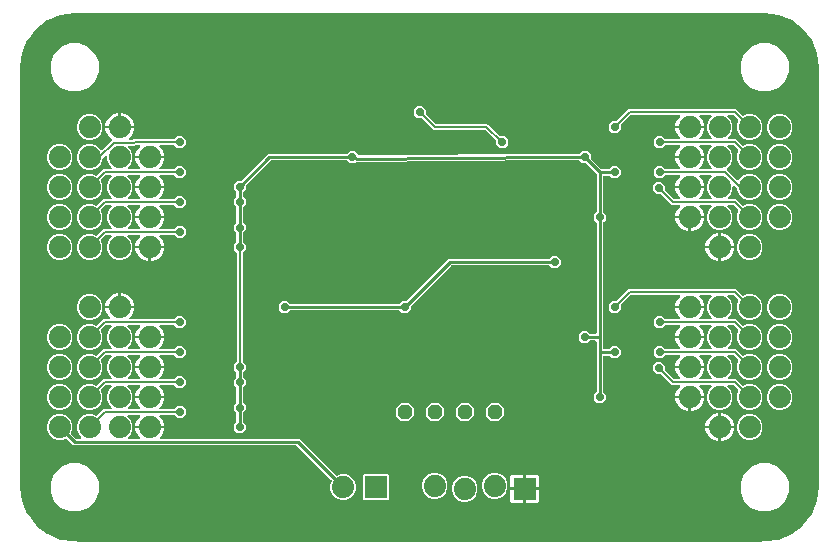
<source format=gbr>
G04 EAGLE Gerber RS-274X export*
G75*
%MOMM*%
%FSLAX34Y34*%
%LPD*%
%INBottom Copper*%
%IPPOS*%
%AMOC8*
5,1,8,0,0,1.08239X$1,22.5*%
G01*
G04 Define Apertures*
%ADD10C,1.879600*%
%ADD11R,1.879600X1.879600*%
%ADD12P,1.31965X8X22.5*%
%ADD13P,1.31965X8X202.5*%
%ADD14C,0.200000*%
%ADD15C,0.705600*%
%ADD16C,0.254000*%
%ADD17C,0.152400*%
G36*
X632745Y4651D02*
X632981Y4810D01*
X635000Y4810D01*
X635131Y4819D01*
X646775Y6352D01*
X647027Y6419D01*
X657878Y10914D01*
X658104Y11044D01*
X667421Y18194D01*
X667606Y18379D01*
X674756Y27696D01*
X674886Y27922D01*
X679381Y38773D01*
X679448Y39025D01*
X680981Y50669D01*
X680990Y50800D01*
X680990Y52820D01*
X681155Y53069D01*
X681228Y53445D01*
X681228Y403755D01*
X681149Y404145D01*
X680990Y404381D01*
X680990Y406400D01*
X680981Y406531D01*
X679448Y418175D01*
X679381Y418427D01*
X674886Y429278D01*
X674756Y429504D01*
X667606Y438821D01*
X667421Y439006D01*
X658104Y446156D01*
X657878Y446286D01*
X647027Y450781D01*
X646775Y450848D01*
X635131Y452381D01*
X635000Y452390D01*
X632980Y452390D01*
X632731Y452555D01*
X632355Y452628D01*
X53445Y452628D01*
X53055Y452549D01*
X52819Y452390D01*
X50800Y452390D01*
X50669Y452381D01*
X39025Y450848D01*
X38773Y450781D01*
X27922Y446286D01*
X27696Y446156D01*
X18379Y439006D01*
X18194Y438821D01*
X11044Y429504D01*
X10914Y429278D01*
X6419Y418427D01*
X6352Y418175D01*
X4819Y406531D01*
X4810Y406400D01*
X4810Y404380D01*
X4645Y404131D01*
X4572Y403755D01*
X4572Y53445D01*
X4651Y53055D01*
X4810Y52819D01*
X4810Y50800D01*
X4819Y50669D01*
X6352Y39025D01*
X6419Y38773D01*
X10914Y27922D01*
X11044Y27696D01*
X18194Y18379D01*
X18379Y18194D01*
X27696Y11044D01*
X27922Y10914D01*
X38773Y6419D01*
X39025Y6352D01*
X50669Y4819D01*
X50800Y4810D01*
X52820Y4810D01*
X53069Y4645D01*
X53445Y4572D01*
X632355Y4572D01*
X632745Y4651D01*
G37*
%LPC*%
G36*
X630958Y386080D02*
X623490Y389174D01*
X617774Y394890D01*
X614680Y402358D01*
X614680Y410442D01*
X617774Y417910D01*
X623490Y423626D01*
X630958Y426720D01*
X639042Y426720D01*
X646510Y423626D01*
X652226Y417910D01*
X655320Y410442D01*
X655320Y402358D01*
X652226Y394890D01*
X646510Y389174D01*
X639042Y386080D01*
X630958Y386080D01*
G37*
G36*
X46758Y386080D02*
X39290Y389174D01*
X33574Y394890D01*
X30480Y402358D01*
X30480Y410442D01*
X33574Y417910D01*
X39290Y423626D01*
X46758Y426720D01*
X54842Y426720D01*
X62310Y423626D01*
X68026Y417910D01*
X71120Y410442D01*
X71120Y402358D01*
X68026Y394890D01*
X62310Y389174D01*
X54842Y386080D01*
X46758Y386080D01*
G37*
G36*
X410657Y337848D02*
X407698Y340807D01*
X407698Y343639D01*
X407619Y344029D01*
X407371Y344379D01*
X398090Y352816D01*
X397748Y353020D01*
X397418Y353076D01*
X354555Y353076D01*
X344675Y362955D01*
X344344Y363175D01*
X343968Y363248D01*
X340807Y363248D01*
X337848Y366207D01*
X337848Y370393D01*
X340807Y373352D01*
X344993Y373352D01*
X347952Y370393D01*
X347952Y367232D01*
X348031Y366842D01*
X348245Y366525D01*
X356353Y358417D01*
X356684Y358197D01*
X357060Y358124D01*
X398696Y358124D01*
X398744Y358125D01*
X399775Y358174D01*
X400506Y357444D01*
X400540Y357411D01*
X410659Y348212D01*
X411001Y348008D01*
X411332Y347952D01*
X414843Y347952D01*
X417802Y344993D01*
X417802Y340807D01*
X414843Y337848D01*
X410657Y337848D01*
G37*
G36*
X594727Y268478D02*
X590713Y270141D01*
X587641Y273213D01*
X585978Y277227D01*
X585978Y281573D01*
X587641Y285587D01*
X589923Y287869D01*
X590143Y288201D01*
X590216Y288592D01*
X590130Y288981D01*
X589900Y289305D01*
X589561Y289514D01*
X589216Y289576D01*
X580621Y289576D01*
X580231Y289497D01*
X579903Y289272D01*
X579688Y288937D01*
X579622Y288544D01*
X579713Y288157D01*
X579914Y287869D01*
X581621Y286162D01*
X583438Y281775D01*
X583438Y280400D01*
X559562Y280400D01*
X559562Y281775D01*
X561379Y286162D01*
X563086Y287869D01*
X563306Y288201D01*
X563379Y288592D01*
X563293Y288981D01*
X563063Y289305D01*
X562724Y289514D01*
X562379Y289576D01*
X556321Y289576D01*
X547159Y298738D01*
X546827Y298958D01*
X546452Y299031D01*
X543291Y299031D01*
X540331Y301991D01*
X540331Y306176D01*
X543291Y309135D01*
X547476Y309135D01*
X550435Y306176D01*
X550435Y303015D01*
X550515Y302625D01*
X550728Y302308D01*
X558119Y294917D01*
X558451Y294697D01*
X558826Y294624D01*
X562379Y294624D01*
X562769Y294703D01*
X563097Y294928D01*
X563312Y295264D01*
X563378Y295656D01*
X563287Y296043D01*
X563086Y296331D01*
X561379Y298038D01*
X559562Y302425D01*
X559562Y303800D01*
X583438Y303800D01*
X583438Y302425D01*
X581621Y298038D01*
X579914Y296331D01*
X579694Y295999D01*
X579621Y295608D01*
X579707Y295219D01*
X579937Y294895D01*
X580276Y294686D01*
X580621Y294624D01*
X589216Y294624D01*
X589606Y294703D01*
X589934Y294928D01*
X590149Y295264D01*
X590215Y295656D01*
X590124Y296043D01*
X589923Y296331D01*
X587641Y298613D01*
X585978Y302627D01*
X585978Y306973D01*
X587641Y310987D01*
X589923Y313269D01*
X590143Y313601D01*
X590216Y313992D01*
X590130Y314381D01*
X589900Y314705D01*
X589561Y314914D01*
X589216Y314976D01*
X580621Y314976D01*
X580231Y314897D01*
X579903Y314672D01*
X579688Y314337D01*
X579622Y313944D01*
X579713Y313557D01*
X579914Y313269D01*
X581621Y311562D01*
X583438Y307175D01*
X583438Y305800D01*
X559562Y305800D01*
X559562Y307175D01*
X561379Y311562D01*
X563086Y313269D01*
X563306Y313601D01*
X563379Y313992D01*
X563293Y314381D01*
X563063Y314705D01*
X562724Y314914D01*
X562379Y314976D01*
X551135Y314976D01*
X550745Y314897D01*
X550428Y314683D01*
X548193Y312448D01*
X544007Y312448D01*
X541048Y315407D01*
X541048Y319593D01*
X544007Y322552D01*
X548193Y322552D01*
X550428Y320317D01*
X550760Y320097D01*
X551135Y320024D01*
X562379Y320024D01*
X562769Y320103D01*
X563097Y320328D01*
X563312Y320664D01*
X563378Y321056D01*
X563287Y321443D01*
X563086Y321731D01*
X561379Y323438D01*
X559562Y327825D01*
X559562Y329200D01*
X583438Y329200D01*
X583438Y327825D01*
X581621Y323438D01*
X579914Y321731D01*
X579694Y321399D01*
X579621Y321008D01*
X579707Y320619D01*
X579937Y320295D01*
X580276Y320086D01*
X580621Y320024D01*
X589216Y320024D01*
X589606Y320103D01*
X589934Y320328D01*
X590149Y320664D01*
X590215Y321056D01*
X590124Y321443D01*
X589923Y321731D01*
X587641Y324013D01*
X585978Y328027D01*
X585978Y332373D01*
X587641Y336387D01*
X589923Y338669D01*
X590143Y339001D01*
X590216Y339392D01*
X590130Y339781D01*
X589900Y340105D01*
X589561Y340314D01*
X589216Y340376D01*
X580621Y340376D01*
X580231Y340297D01*
X579903Y340072D01*
X579688Y339737D01*
X579622Y339344D01*
X579713Y338957D01*
X579914Y338669D01*
X581621Y336962D01*
X583438Y332575D01*
X583438Y331200D01*
X559562Y331200D01*
X559562Y332575D01*
X561379Y336962D01*
X563086Y338669D01*
X563306Y339001D01*
X563379Y339392D01*
X563293Y339781D01*
X563063Y340105D01*
X562724Y340314D01*
X562379Y340376D01*
X551361Y340376D01*
X550971Y340297D01*
X550654Y340083D01*
X548193Y337622D01*
X544007Y337622D01*
X541048Y340581D01*
X541048Y344767D01*
X544007Y347726D01*
X548193Y347726D01*
X550202Y345717D01*
X550534Y345497D01*
X550909Y345424D01*
X562379Y345424D01*
X562769Y345503D01*
X563097Y345728D01*
X563312Y346064D01*
X563378Y346456D01*
X563287Y346843D01*
X563086Y347131D01*
X561379Y348838D01*
X559562Y353225D01*
X559562Y354600D01*
X583438Y354600D01*
X583438Y353225D01*
X581621Y348838D01*
X579914Y347131D01*
X579694Y346799D01*
X579621Y346408D01*
X579707Y346019D01*
X579937Y345695D01*
X580276Y345486D01*
X580621Y345424D01*
X589216Y345424D01*
X589606Y345503D01*
X589934Y345728D01*
X590149Y346064D01*
X590215Y346456D01*
X590124Y346843D01*
X589923Y347131D01*
X587641Y349413D01*
X585978Y353427D01*
X585978Y357773D01*
X587641Y361787D01*
X589923Y364069D01*
X590143Y364401D01*
X590216Y364792D01*
X590130Y365181D01*
X589900Y365505D01*
X589561Y365714D01*
X589216Y365776D01*
X580621Y365776D01*
X580231Y365697D01*
X579903Y365472D01*
X579688Y365137D01*
X579622Y364744D01*
X579713Y364357D01*
X579914Y364069D01*
X581621Y362362D01*
X583438Y357975D01*
X583438Y356600D01*
X559562Y356600D01*
X559562Y357975D01*
X561379Y362362D01*
X563086Y364069D01*
X563306Y364401D01*
X563379Y364792D01*
X563293Y365181D01*
X563063Y365505D01*
X562724Y365714D01*
X562379Y365776D01*
X522160Y365776D01*
X521770Y365697D01*
X521453Y365483D01*
X513345Y357375D01*
X513125Y357044D01*
X513052Y356668D01*
X513052Y353507D01*
X510093Y350548D01*
X505907Y350548D01*
X502948Y353507D01*
X502948Y357693D01*
X505907Y360652D01*
X509068Y360652D01*
X509458Y360731D01*
X509775Y360945D01*
X519655Y370824D01*
X610646Y370824D01*
X615992Y365477D01*
X616324Y365257D01*
X616715Y365185D01*
X617082Y365261D01*
X620127Y366522D01*
X624473Y366522D01*
X628487Y364859D01*
X631559Y361787D01*
X633222Y357773D01*
X633222Y353427D01*
X631559Y349413D01*
X628487Y346341D01*
X624473Y344678D01*
X620127Y344678D01*
X616113Y346341D01*
X613041Y349413D01*
X611378Y353427D01*
X611378Y357773D01*
X612640Y360818D01*
X612716Y361209D01*
X612633Y361598D01*
X612423Y361908D01*
X608847Y365483D01*
X608516Y365703D01*
X608140Y365776D01*
X604584Y365776D01*
X604194Y365697D01*
X603866Y365472D01*
X603652Y365137D01*
X603585Y364744D01*
X603676Y364357D01*
X603877Y364069D01*
X606159Y361787D01*
X607822Y357773D01*
X607822Y353427D01*
X606159Y349413D01*
X603877Y347131D01*
X603657Y346799D01*
X603584Y346408D01*
X603670Y346019D01*
X603900Y345695D01*
X604239Y345486D01*
X604584Y345424D01*
X610646Y345424D01*
X615992Y340077D01*
X616324Y339857D01*
X616715Y339785D01*
X617082Y339861D01*
X620127Y341122D01*
X624473Y341122D01*
X628487Y339459D01*
X631559Y336387D01*
X633222Y332373D01*
X633222Y328027D01*
X631559Y324013D01*
X628487Y320941D01*
X624473Y319278D01*
X620127Y319278D01*
X616113Y320941D01*
X613041Y324013D01*
X611378Y328027D01*
X611378Y332373D01*
X612640Y335418D01*
X612716Y335809D01*
X612633Y336198D01*
X612423Y336508D01*
X608847Y340083D01*
X608516Y340303D01*
X608140Y340376D01*
X604584Y340376D01*
X604194Y340297D01*
X603866Y340072D01*
X603652Y339737D01*
X603585Y339344D01*
X603676Y338957D01*
X603877Y338669D01*
X606159Y336387D01*
X607822Y332373D01*
X607822Y328027D01*
X606159Y324013D01*
X603025Y320879D01*
X602805Y320547D01*
X602732Y320156D01*
X602817Y319767D01*
X603025Y319464D01*
X611564Y310925D01*
X611896Y310705D01*
X612287Y310632D01*
X612676Y310717D01*
X612979Y310925D01*
X616113Y314059D01*
X620127Y315722D01*
X624473Y315722D01*
X628487Y314059D01*
X631559Y310987D01*
X633222Y306973D01*
X633222Y302627D01*
X631559Y298613D01*
X628487Y295541D01*
X624473Y293878D01*
X620127Y293878D01*
X616113Y295541D01*
X613041Y298613D01*
X611378Y302627D01*
X611378Y303558D01*
X611299Y303948D01*
X611085Y304265D01*
X609529Y305821D01*
X609197Y306041D01*
X608806Y306114D01*
X608417Y306028D01*
X608093Y305798D01*
X607884Y305459D01*
X607822Y305114D01*
X607822Y302627D01*
X606159Y298613D01*
X603877Y296331D01*
X603657Y295999D01*
X603584Y295608D01*
X603670Y295219D01*
X603900Y294895D01*
X604239Y294686D01*
X604584Y294624D01*
X610646Y294624D01*
X615992Y289277D01*
X616324Y289057D01*
X616715Y288985D01*
X617082Y289061D01*
X620127Y290322D01*
X624473Y290322D01*
X628487Y288659D01*
X631559Y285587D01*
X633222Y281573D01*
X633222Y277227D01*
X631559Y273213D01*
X628487Y270141D01*
X624473Y268478D01*
X620127Y268478D01*
X616113Y270141D01*
X613041Y273213D01*
X611378Y277227D01*
X611378Y281573D01*
X612640Y284618D01*
X612716Y285009D01*
X612633Y285398D01*
X612423Y285708D01*
X608847Y289283D01*
X608516Y289503D01*
X608140Y289576D01*
X604584Y289576D01*
X604194Y289497D01*
X603866Y289272D01*
X603652Y288937D01*
X603585Y288544D01*
X603676Y288157D01*
X603877Y287869D01*
X606159Y285587D01*
X607822Y281573D01*
X607822Y277227D01*
X606159Y273213D01*
X603087Y270141D01*
X599073Y268478D01*
X594727Y268478D01*
G37*
G36*
X89900Y356600D02*
X89900Y367538D01*
X91275Y367538D01*
X95662Y365721D01*
X99021Y362362D01*
X100838Y357975D01*
X100838Y356600D01*
X89900Y356600D01*
G37*
G36*
X76962Y356600D02*
X76962Y357975D01*
X78779Y362362D01*
X82138Y365721D01*
X86525Y367538D01*
X87900Y367538D01*
X87900Y356600D01*
X76962Y356600D01*
G37*
G36*
X645527Y344678D02*
X641513Y346341D01*
X638441Y349413D01*
X636778Y353427D01*
X636778Y357773D01*
X638441Y361787D01*
X641513Y364859D01*
X645527Y366522D01*
X649873Y366522D01*
X653887Y364859D01*
X656959Y361787D01*
X658622Y357773D01*
X658622Y353427D01*
X656959Y349413D01*
X653887Y346341D01*
X649873Y344678D01*
X645527Y344678D01*
G37*
G36*
X61327Y344678D02*
X57313Y346341D01*
X54241Y349413D01*
X52578Y353427D01*
X52578Y357773D01*
X54241Y361787D01*
X57313Y364859D01*
X61327Y366522D01*
X65673Y366522D01*
X69687Y364859D01*
X72759Y361787D01*
X74422Y357773D01*
X74422Y353427D01*
X72759Y349413D01*
X69687Y346341D01*
X65673Y344678D01*
X61327Y344678D01*
G37*
G36*
X61327Y243078D02*
X57313Y244741D01*
X54241Y247813D01*
X52578Y251827D01*
X52578Y256173D01*
X54241Y260187D01*
X57313Y263259D01*
X61327Y264922D01*
X65673Y264922D01*
X68718Y263661D01*
X69109Y263584D01*
X69498Y263667D01*
X69808Y263877D01*
X75155Y269224D01*
X81216Y269224D01*
X81606Y269303D01*
X81934Y269528D01*
X82149Y269864D01*
X82215Y270256D01*
X82124Y270643D01*
X81923Y270931D01*
X79641Y273213D01*
X77978Y277227D01*
X77978Y281573D01*
X79641Y285587D01*
X81923Y287869D01*
X82143Y288201D01*
X82216Y288592D01*
X82130Y288981D01*
X81900Y289305D01*
X81561Y289514D01*
X81216Y289576D01*
X77660Y289576D01*
X77270Y289497D01*
X76953Y289283D01*
X73377Y285708D01*
X73157Y285376D01*
X73085Y284985D01*
X73161Y284618D01*
X74422Y281573D01*
X74422Y277227D01*
X72759Y273213D01*
X69687Y270141D01*
X65673Y268478D01*
X61327Y268478D01*
X57313Y270141D01*
X54241Y273213D01*
X52578Y277227D01*
X52578Y281573D01*
X54241Y285587D01*
X57313Y288659D01*
X61327Y290322D01*
X65673Y290322D01*
X68718Y289061D01*
X69109Y288984D01*
X69498Y289067D01*
X69808Y289277D01*
X75155Y294624D01*
X81216Y294624D01*
X81606Y294703D01*
X81934Y294928D01*
X82149Y295264D01*
X82215Y295656D01*
X82124Y296043D01*
X81923Y296331D01*
X79641Y298613D01*
X77978Y302627D01*
X77978Y306973D01*
X79641Y310987D01*
X81923Y313269D01*
X82143Y313601D01*
X82216Y313992D01*
X82130Y314381D01*
X81900Y314705D01*
X81561Y314914D01*
X81216Y314976D01*
X77660Y314976D01*
X77270Y314897D01*
X76953Y314683D01*
X73377Y311108D01*
X73157Y310776D01*
X73085Y310385D01*
X73161Y310018D01*
X74422Y306973D01*
X74422Y302627D01*
X72759Y298613D01*
X69687Y295541D01*
X65673Y293878D01*
X61327Y293878D01*
X57313Y295541D01*
X54241Y298613D01*
X52578Y302627D01*
X52578Y306973D01*
X54241Y310987D01*
X57313Y314059D01*
X61327Y315722D01*
X65673Y315722D01*
X68718Y314461D01*
X69109Y314384D01*
X69498Y314467D01*
X69808Y314677D01*
X75155Y320024D01*
X81216Y320024D01*
X81606Y320103D01*
X81934Y320328D01*
X82149Y320664D01*
X82215Y321056D01*
X82124Y321443D01*
X81923Y321731D01*
X79641Y324013D01*
X77978Y328027D01*
X77978Y330514D01*
X77899Y330904D01*
X77674Y331232D01*
X77339Y331447D01*
X76946Y331513D01*
X76559Y331422D01*
X76271Y331221D01*
X74715Y329665D01*
X74495Y329333D01*
X74422Y328958D01*
X74422Y328027D01*
X72759Y324013D01*
X69687Y320941D01*
X65673Y319278D01*
X61327Y319278D01*
X57313Y320941D01*
X54241Y324013D01*
X52578Y328027D01*
X52578Y332373D01*
X54241Y336387D01*
X57313Y339459D01*
X61327Y341122D01*
X65673Y341122D01*
X69687Y339459D01*
X72821Y336325D01*
X73153Y336105D01*
X73544Y336032D01*
X73933Y336117D01*
X74236Y336325D01*
X82057Y344146D01*
X82277Y344478D01*
X82350Y344869D01*
X82264Y345258D01*
X82057Y345560D01*
X78779Y348838D01*
X76962Y353225D01*
X76962Y354600D01*
X100838Y354600D01*
X100838Y353225D01*
X99021Y348838D01*
X96790Y346607D01*
X96570Y346275D01*
X96497Y345884D01*
X96583Y345495D01*
X96813Y345171D01*
X97152Y344962D01*
X97497Y344900D01*
X99616Y344900D01*
X100006Y344979D01*
X100323Y345193D01*
X100555Y345424D01*
X134665Y345424D01*
X135055Y345503D01*
X135372Y345717D01*
X137607Y347952D01*
X141793Y347952D01*
X144752Y344993D01*
X144752Y340807D01*
X141793Y337848D01*
X137607Y337848D01*
X135372Y340083D01*
X135041Y340303D01*
X134665Y340376D01*
X123421Y340376D01*
X123031Y340297D01*
X122703Y340072D01*
X122488Y339737D01*
X122422Y339344D01*
X122513Y338957D01*
X122714Y338669D01*
X124421Y336962D01*
X126238Y332575D01*
X126238Y331200D01*
X102362Y331200D01*
X102362Y332575D01*
X104179Y336962D01*
X105886Y338669D01*
X106106Y339001D01*
X106179Y339392D01*
X106093Y339781D01*
X105863Y340105D01*
X105524Y340314D01*
X105179Y340376D01*
X103060Y340376D01*
X102670Y340297D01*
X102353Y340083D01*
X102122Y339852D01*
X97108Y339852D01*
X96718Y339773D01*
X96390Y339548D01*
X96176Y339213D01*
X96109Y338820D01*
X96200Y338433D01*
X96401Y338145D01*
X98159Y336387D01*
X99822Y332373D01*
X99822Y328027D01*
X98159Y324013D01*
X95877Y321731D01*
X95657Y321399D01*
X95584Y321008D01*
X95670Y320619D01*
X95900Y320295D01*
X96239Y320086D01*
X96584Y320024D01*
X105179Y320024D01*
X105569Y320103D01*
X105897Y320328D01*
X106112Y320664D01*
X106178Y321056D01*
X106087Y321443D01*
X105886Y321731D01*
X104179Y323438D01*
X102362Y327825D01*
X102362Y329200D01*
X126238Y329200D01*
X126238Y327825D01*
X124421Y323438D01*
X122714Y321731D01*
X122494Y321399D01*
X122421Y321008D01*
X122507Y320619D01*
X122737Y320295D01*
X123076Y320086D01*
X123421Y320024D01*
X134891Y320024D01*
X135281Y320103D01*
X135598Y320317D01*
X137607Y322326D01*
X141793Y322326D01*
X144752Y319367D01*
X144752Y315181D01*
X141793Y312222D01*
X137607Y312222D01*
X135146Y314683D01*
X134815Y314903D01*
X134439Y314976D01*
X123421Y314976D01*
X123031Y314897D01*
X122703Y314672D01*
X122488Y314337D01*
X122422Y313944D01*
X122513Y313557D01*
X122714Y313269D01*
X124421Y311562D01*
X126238Y307175D01*
X126238Y305800D01*
X102362Y305800D01*
X102362Y307175D01*
X104179Y311562D01*
X105886Y313269D01*
X106106Y313601D01*
X106179Y313992D01*
X106093Y314381D01*
X105863Y314705D01*
X105524Y314914D01*
X105179Y314976D01*
X96584Y314976D01*
X96194Y314897D01*
X95866Y314672D01*
X95652Y314337D01*
X95585Y313944D01*
X95676Y313557D01*
X95877Y313269D01*
X98159Y310987D01*
X99822Y306973D01*
X99822Y302627D01*
X98159Y298613D01*
X95877Y296331D01*
X95657Y295999D01*
X95584Y295608D01*
X95670Y295219D01*
X95900Y294895D01*
X96239Y294686D01*
X96584Y294624D01*
X105179Y294624D01*
X105569Y294703D01*
X105897Y294928D01*
X106112Y295264D01*
X106178Y295656D01*
X106087Y296043D01*
X105886Y296331D01*
X104179Y298038D01*
X102362Y302425D01*
X102362Y303800D01*
X126238Y303800D01*
X126238Y302425D01*
X124421Y298038D01*
X122714Y296331D01*
X122494Y295999D01*
X122421Y295608D01*
X122507Y295219D01*
X122737Y294895D01*
X123076Y294686D01*
X123421Y294624D01*
X134665Y294624D01*
X135055Y294703D01*
X135372Y294917D01*
X137607Y297152D01*
X141793Y297152D01*
X144752Y294193D01*
X144752Y290007D01*
X141793Y287048D01*
X137607Y287048D01*
X135372Y289283D01*
X135041Y289503D01*
X134665Y289576D01*
X123421Y289576D01*
X123031Y289497D01*
X122703Y289272D01*
X122488Y288937D01*
X122422Y288544D01*
X122513Y288157D01*
X122714Y287869D01*
X124421Y286162D01*
X126238Y281775D01*
X126238Y280400D01*
X102362Y280400D01*
X102362Y281775D01*
X104179Y286162D01*
X105886Y287869D01*
X106106Y288201D01*
X106179Y288592D01*
X106093Y288981D01*
X105863Y289305D01*
X105524Y289514D01*
X105179Y289576D01*
X96584Y289576D01*
X96194Y289497D01*
X95866Y289272D01*
X95652Y288937D01*
X95585Y288544D01*
X95676Y288157D01*
X95877Y287869D01*
X98159Y285587D01*
X99822Y281573D01*
X99822Y277227D01*
X98159Y273213D01*
X95877Y270931D01*
X95657Y270599D01*
X95584Y270208D01*
X95670Y269819D01*
X95900Y269495D01*
X96239Y269286D01*
X96584Y269224D01*
X105179Y269224D01*
X105569Y269303D01*
X105897Y269528D01*
X106112Y269864D01*
X106178Y270256D01*
X106087Y270643D01*
X105886Y270931D01*
X104179Y272638D01*
X102362Y277025D01*
X102362Y278400D01*
X126238Y278400D01*
X126238Y277025D01*
X124421Y272638D01*
X122714Y270931D01*
X122494Y270599D01*
X122421Y270208D01*
X122507Y269819D01*
X122737Y269495D01*
X123076Y269286D01*
X123421Y269224D01*
X134439Y269224D01*
X134829Y269303D01*
X135146Y269517D01*
X137607Y271978D01*
X141793Y271978D01*
X144752Y269019D01*
X144752Y264833D01*
X141793Y261874D01*
X137607Y261874D01*
X135598Y263883D01*
X135267Y264103D01*
X134891Y264176D01*
X123421Y264176D01*
X123031Y264097D01*
X122703Y263872D01*
X122488Y263537D01*
X122422Y263144D01*
X122513Y262757D01*
X122714Y262469D01*
X124421Y260762D01*
X126238Y256375D01*
X126238Y255000D01*
X102362Y255000D01*
X102362Y256375D01*
X104179Y260762D01*
X105886Y262469D01*
X106106Y262801D01*
X106179Y263192D01*
X106093Y263581D01*
X105863Y263905D01*
X105524Y264114D01*
X105179Y264176D01*
X96584Y264176D01*
X96194Y264097D01*
X95866Y263872D01*
X95652Y263537D01*
X95585Y263144D01*
X95676Y262757D01*
X95877Y262469D01*
X98159Y260187D01*
X99822Y256173D01*
X99822Y251827D01*
X98159Y247813D01*
X95087Y244741D01*
X91073Y243078D01*
X86727Y243078D01*
X82713Y244741D01*
X79641Y247813D01*
X77978Y251827D01*
X77978Y256173D01*
X79641Y260187D01*
X81923Y262469D01*
X82143Y262801D01*
X82216Y263192D01*
X82130Y263581D01*
X81900Y263905D01*
X81561Y264114D01*
X81216Y264176D01*
X77660Y264176D01*
X77270Y264097D01*
X76953Y263883D01*
X73377Y260308D01*
X73157Y259976D01*
X73085Y259585D01*
X73161Y259218D01*
X74422Y256173D01*
X74422Y251827D01*
X72759Y247813D01*
X69687Y244741D01*
X65673Y243078D01*
X61327Y243078D01*
G37*
G36*
X645527Y319278D02*
X641513Y320941D01*
X638441Y324013D01*
X636778Y328027D01*
X636778Y332373D01*
X638441Y336387D01*
X641513Y339459D01*
X645527Y341122D01*
X649873Y341122D01*
X653887Y339459D01*
X656959Y336387D01*
X658622Y332373D01*
X658622Y328027D01*
X656959Y324013D01*
X653887Y320941D01*
X649873Y319278D01*
X645527Y319278D01*
G37*
G36*
X35927Y319278D02*
X31913Y320941D01*
X28841Y324013D01*
X27178Y328027D01*
X27178Y332373D01*
X28841Y336387D01*
X31913Y339459D01*
X35927Y341122D01*
X40273Y341122D01*
X44287Y339459D01*
X47359Y336387D01*
X49022Y332373D01*
X49022Y328027D01*
X47359Y324013D01*
X44287Y320941D01*
X40273Y319278D01*
X35927Y319278D01*
G37*
G36*
X188407Y96548D02*
X185448Y99507D01*
X185448Y103693D01*
X187413Y105658D01*
X187633Y105990D01*
X187706Y106365D01*
X187706Y113345D01*
X187627Y113735D01*
X187413Y114052D01*
X185448Y116017D01*
X185448Y120203D01*
X187413Y122168D01*
X187633Y122500D01*
X187706Y122875D01*
X187706Y134709D01*
X187627Y135099D01*
X187413Y135416D01*
X185448Y137381D01*
X185448Y141567D01*
X187413Y143532D01*
X187633Y143864D01*
X187706Y144239D01*
X187706Y147635D01*
X187627Y148025D01*
X187413Y148342D01*
X185448Y150307D01*
X185448Y154493D01*
X187683Y156728D01*
X187903Y157060D01*
X187976Y157435D01*
X187976Y248965D01*
X187897Y249355D01*
X187683Y249672D01*
X185448Y251907D01*
X185448Y256093D01*
X187413Y258058D01*
X187633Y258390D01*
X187706Y258765D01*
X187706Y265745D01*
X187627Y266135D01*
X187413Y266452D01*
X185448Y268417D01*
X185448Y272603D01*
X187413Y274568D01*
X187633Y274900D01*
X187706Y275275D01*
X187706Y287561D01*
X187627Y287951D01*
X187413Y288268D01*
X185448Y290233D01*
X185448Y294419D01*
X187413Y296384D01*
X187633Y296716D01*
X187706Y297091D01*
X187706Y300261D01*
X187627Y300651D01*
X187413Y300968D01*
X185448Y302933D01*
X185448Y307119D01*
X188407Y310078D01*
X191186Y310078D01*
X191577Y310157D01*
X191894Y310371D01*
X213705Y332182D01*
X213706Y332183D01*
X214515Y332994D01*
X215664Y332994D01*
X281234Y333050D01*
X281624Y333130D01*
X281940Y333343D01*
X283910Y335312D01*
X288095Y335312D01*
X291307Y332101D01*
X291358Y332025D01*
X291694Y331811D01*
X292062Y331743D01*
X457397Y332994D01*
X457398Y332994D01*
X477801Y333177D01*
X478190Y333260D01*
X478499Y333470D01*
X480507Y335478D01*
X484693Y335478D01*
X487652Y332519D01*
X487652Y329514D01*
X487731Y329124D01*
X487945Y328806D01*
X496390Y320361D01*
X496722Y320141D01*
X497098Y320068D01*
X503235Y320068D01*
X503625Y320147D01*
X503942Y320361D01*
X505907Y322326D01*
X510093Y322326D01*
X513052Y319367D01*
X513052Y315181D01*
X510093Y312222D01*
X505907Y312222D01*
X503942Y314187D01*
X503611Y314407D01*
X503235Y314480D01*
X499320Y314480D01*
X498930Y314401D01*
X498602Y314176D01*
X498387Y313841D01*
X498320Y313480D01*
X498320Y284012D01*
X498399Y283622D01*
X498613Y283305D01*
X500425Y281493D01*
X500425Y277307D01*
X498613Y275495D01*
X498393Y275164D01*
X498320Y274788D01*
X498320Y168668D01*
X498399Y168278D01*
X498624Y167950D01*
X498960Y167735D01*
X499320Y167668D01*
X503235Y167668D01*
X503625Y167747D01*
X503942Y167961D01*
X505907Y169926D01*
X510093Y169926D01*
X513052Y166967D01*
X513052Y162781D01*
X510093Y159822D01*
X505907Y159822D01*
X503942Y161787D01*
X503611Y162007D01*
X503235Y162080D01*
X499320Y162080D01*
X498930Y162001D01*
X498602Y161776D01*
X498387Y161441D01*
X498320Y161080D01*
X498320Y131612D01*
X498399Y131222D01*
X498613Y130905D01*
X500425Y129093D01*
X500425Y124907D01*
X497466Y121948D01*
X493280Y121948D01*
X490321Y124907D01*
X490321Y129093D01*
X492439Y131211D01*
X492659Y131543D01*
X492732Y131918D01*
X492732Y174006D01*
X492653Y174396D01*
X492428Y174724D01*
X492093Y174939D01*
X491732Y175006D01*
X487365Y175006D01*
X486975Y174927D01*
X486658Y174713D01*
X484693Y172748D01*
X480507Y172748D01*
X477548Y175707D01*
X477548Y179893D01*
X480507Y182852D01*
X484693Y182852D01*
X486658Y180887D01*
X486990Y180667D01*
X487365Y180594D01*
X491732Y180594D01*
X492122Y180673D01*
X492450Y180898D01*
X492665Y181234D01*
X492732Y181594D01*
X492732Y274482D01*
X492653Y274872D01*
X492439Y275189D01*
X490321Y277307D01*
X490321Y281493D01*
X492439Y283611D01*
X492659Y283943D01*
X492732Y284318D01*
X492732Y315702D01*
X492653Y316093D01*
X492439Y316410D01*
X483768Y325081D01*
X483436Y325301D01*
X483060Y325374D01*
X480507Y325374D01*
X478585Y327297D01*
X478253Y327516D01*
X477869Y327589D01*
X459019Y327420D01*
X459009Y327418D01*
X457463Y327406D01*
X457462Y327406D01*
X455890Y327392D01*
X455879Y327394D01*
X290338Y326142D01*
X289934Y326054D01*
X289604Y325905D01*
X289229Y325966D01*
X288842Y325872D01*
X288561Y325674D01*
X288095Y325208D01*
X283910Y325208D01*
X281949Y327169D01*
X281617Y327389D01*
X281241Y327462D01*
X217246Y327407D01*
X216856Y327328D01*
X216540Y327114D01*
X195845Y306420D01*
X195625Y306088D01*
X195552Y305712D01*
X195552Y302933D01*
X193587Y300968D01*
X193367Y300637D01*
X193294Y300261D01*
X193294Y297091D01*
X193373Y296701D01*
X193587Y296384D01*
X195552Y294419D01*
X195552Y290233D01*
X193587Y288268D01*
X193367Y287937D01*
X193294Y287561D01*
X193294Y275275D01*
X193373Y274885D01*
X193587Y274568D01*
X195552Y272603D01*
X195552Y268417D01*
X193587Y266452D01*
X193367Y266121D01*
X193294Y265745D01*
X193294Y258765D01*
X193373Y258375D01*
X193587Y258058D01*
X195552Y256093D01*
X195552Y251907D01*
X193317Y249672D01*
X193097Y249341D01*
X193024Y248965D01*
X193024Y157435D01*
X193103Y157045D01*
X193317Y156728D01*
X195552Y154493D01*
X195552Y150307D01*
X193587Y148342D01*
X193367Y148011D01*
X193294Y147635D01*
X193294Y144239D01*
X193373Y143849D01*
X193587Y143532D01*
X195552Y141567D01*
X195552Y137381D01*
X193587Y135416D01*
X193367Y135085D01*
X193294Y134709D01*
X193294Y122875D01*
X193373Y122485D01*
X193587Y122168D01*
X195552Y120203D01*
X195552Y116017D01*
X193587Y114052D01*
X193367Y113721D01*
X193294Y113345D01*
X193294Y106365D01*
X193373Y105975D01*
X193587Y105658D01*
X195552Y103693D01*
X195552Y99507D01*
X192593Y96548D01*
X188407Y96548D01*
G37*
G36*
X645527Y293878D02*
X641513Y295541D01*
X638441Y298613D01*
X636778Y302627D01*
X636778Y306973D01*
X638441Y310987D01*
X641513Y314059D01*
X645527Y315722D01*
X649873Y315722D01*
X653887Y314059D01*
X656959Y310987D01*
X658622Y306973D01*
X658622Y302627D01*
X656959Y298613D01*
X653887Y295541D01*
X649873Y293878D01*
X645527Y293878D01*
G37*
G36*
X35927Y293878D02*
X31913Y295541D01*
X28841Y298613D01*
X27178Y302627D01*
X27178Y306973D01*
X28841Y310987D01*
X31913Y314059D01*
X35927Y315722D01*
X40273Y315722D01*
X44287Y314059D01*
X47359Y310987D01*
X49022Y306973D01*
X49022Y302627D01*
X47359Y298613D01*
X44287Y295541D01*
X40273Y293878D01*
X35927Y293878D01*
G37*
G36*
X35927Y268478D02*
X31913Y270141D01*
X28841Y273213D01*
X27178Y277227D01*
X27178Y281573D01*
X28841Y285587D01*
X31913Y288659D01*
X35927Y290322D01*
X40273Y290322D01*
X44287Y288659D01*
X47359Y285587D01*
X49022Y281573D01*
X49022Y277227D01*
X47359Y273213D01*
X44287Y270141D01*
X40273Y268478D01*
X35927Y268478D01*
G37*
G36*
X645527Y268478D02*
X641513Y270141D01*
X638441Y273213D01*
X636778Y277227D01*
X636778Y281573D01*
X638441Y285587D01*
X641513Y288659D01*
X645527Y290322D01*
X649873Y290322D01*
X653887Y288659D01*
X656959Y285587D01*
X658622Y281573D01*
X658622Y277227D01*
X656959Y273213D01*
X653887Y270141D01*
X649873Y268478D01*
X645527Y268478D01*
G37*
G36*
X569125Y267462D02*
X564738Y269279D01*
X561379Y272638D01*
X559562Y277025D01*
X559562Y278400D01*
X570500Y278400D01*
X570500Y267462D01*
X569125Y267462D01*
G37*
G36*
X572500Y267462D02*
X572500Y278400D01*
X583438Y278400D01*
X583438Y277025D01*
X581621Y272638D01*
X578262Y269279D01*
X573875Y267462D01*
X572500Y267462D01*
G37*
G36*
X584962Y255000D02*
X584962Y256375D01*
X586779Y260762D01*
X590138Y264121D01*
X594525Y265938D01*
X595900Y265938D01*
X595900Y255000D01*
X584962Y255000D01*
G37*
G36*
X597900Y255000D02*
X597900Y265938D01*
X599275Y265938D01*
X603662Y264121D01*
X607021Y260762D01*
X608838Y256375D01*
X608838Y255000D01*
X597900Y255000D01*
G37*
G36*
X620127Y243078D02*
X616113Y244741D01*
X613041Y247813D01*
X611378Y251827D01*
X611378Y256173D01*
X613041Y260187D01*
X616113Y263259D01*
X620127Y264922D01*
X624473Y264922D01*
X628487Y263259D01*
X631559Y260187D01*
X633222Y256173D01*
X633222Y251827D01*
X631559Y247813D01*
X628487Y244741D01*
X624473Y243078D01*
X620127Y243078D01*
G37*
G36*
X35927Y243078D02*
X31913Y244741D01*
X28841Y247813D01*
X27178Y251827D01*
X27178Y256173D01*
X28841Y260187D01*
X31913Y263259D01*
X35927Y264922D01*
X40273Y264922D01*
X44287Y263259D01*
X47359Y260187D01*
X49022Y256173D01*
X49022Y251827D01*
X47359Y247813D01*
X44287Y244741D01*
X40273Y243078D01*
X35927Y243078D01*
G37*
G36*
X115300Y242062D02*
X115300Y253000D01*
X126238Y253000D01*
X126238Y251625D01*
X124421Y247238D01*
X121062Y243879D01*
X116675Y242062D01*
X115300Y242062D01*
G37*
G36*
X597900Y242062D02*
X597900Y253000D01*
X608838Y253000D01*
X608838Y251625D01*
X607021Y247238D01*
X603662Y243879D01*
X599275Y242062D01*
X597900Y242062D01*
G37*
G36*
X594525Y242062D02*
X590138Y243879D01*
X586779Y247238D01*
X584962Y251625D01*
X584962Y253000D01*
X595900Y253000D01*
X595900Y242062D01*
X594525Y242062D01*
G37*
G36*
X111925Y242062D02*
X107538Y243879D01*
X104179Y247238D01*
X102362Y251625D01*
X102362Y253000D01*
X113300Y253000D01*
X113300Y242062D01*
X111925Y242062D01*
G37*
G36*
X226507Y198148D02*
X223548Y201107D01*
X223548Y205293D01*
X226507Y208252D01*
X230693Y208252D01*
X232658Y206287D01*
X232990Y206067D01*
X233365Y205994D01*
X325435Y205994D01*
X325825Y206073D01*
X326142Y206287D01*
X328107Y208252D01*
X330886Y208252D01*
X331277Y208331D01*
X331594Y208545D01*
X367143Y244094D01*
X452435Y244094D01*
X452825Y244173D01*
X453142Y244387D01*
X455107Y246352D01*
X459293Y246352D01*
X462252Y243393D01*
X462252Y239207D01*
X459293Y236248D01*
X455107Y236248D01*
X453142Y238213D01*
X452811Y238433D01*
X452435Y238506D01*
X369872Y238506D01*
X369482Y238427D01*
X369164Y238213D01*
X335545Y204594D01*
X335325Y204262D01*
X335252Y203886D01*
X335252Y201107D01*
X332293Y198148D01*
X328107Y198148D01*
X326142Y200113D01*
X325811Y200333D01*
X325435Y200406D01*
X233365Y200406D01*
X232975Y200327D01*
X232658Y200113D01*
X230693Y198148D01*
X226507Y198148D01*
G37*
G36*
X594727Y116078D02*
X590713Y117741D01*
X587641Y120813D01*
X585978Y124827D01*
X585978Y129173D01*
X587641Y133187D01*
X589923Y135469D01*
X590143Y135801D01*
X590216Y136192D01*
X590130Y136581D01*
X589900Y136905D01*
X589561Y137114D01*
X589216Y137176D01*
X580621Y137176D01*
X580231Y137097D01*
X579903Y136872D01*
X579688Y136537D01*
X579622Y136144D01*
X579713Y135757D01*
X579914Y135469D01*
X581621Y133762D01*
X583438Y129375D01*
X583438Y128000D01*
X559562Y128000D01*
X559562Y129375D01*
X561379Y133762D01*
X563086Y135469D01*
X563306Y135801D01*
X563379Y136192D01*
X563293Y136581D01*
X563063Y136905D01*
X562724Y137114D01*
X562379Y137176D01*
X556321Y137176D01*
X547159Y146338D01*
X546827Y146558D01*
X546452Y146631D01*
X543291Y146631D01*
X540331Y149591D01*
X540331Y153776D01*
X543291Y156735D01*
X547476Y156735D01*
X550435Y153776D01*
X550435Y150615D01*
X550515Y150225D01*
X550728Y149908D01*
X558119Y142517D01*
X558451Y142297D01*
X558826Y142224D01*
X562379Y142224D01*
X562769Y142303D01*
X563097Y142528D01*
X563312Y142864D01*
X563378Y143256D01*
X563287Y143643D01*
X563086Y143931D01*
X561379Y145638D01*
X559562Y150025D01*
X559562Y151400D01*
X583438Y151400D01*
X583438Y150025D01*
X581621Y145638D01*
X579914Y143931D01*
X579694Y143599D01*
X579621Y143208D01*
X579707Y142819D01*
X579937Y142495D01*
X580276Y142286D01*
X580621Y142224D01*
X589216Y142224D01*
X589606Y142303D01*
X589934Y142528D01*
X590149Y142864D01*
X590215Y143256D01*
X590124Y143643D01*
X589923Y143931D01*
X587641Y146213D01*
X585978Y150227D01*
X585978Y154573D01*
X587641Y158587D01*
X589923Y160869D01*
X590143Y161201D01*
X590216Y161592D01*
X590130Y161981D01*
X589900Y162305D01*
X589561Y162514D01*
X589216Y162576D01*
X580621Y162576D01*
X580231Y162497D01*
X579903Y162272D01*
X579688Y161937D01*
X579622Y161544D01*
X579713Y161157D01*
X579914Y160869D01*
X581621Y159162D01*
X583438Y154775D01*
X583438Y153400D01*
X559562Y153400D01*
X559562Y154775D01*
X561379Y159162D01*
X563086Y160869D01*
X563306Y161201D01*
X563379Y161592D01*
X563293Y161981D01*
X563063Y162305D01*
X562724Y162514D01*
X562379Y162576D01*
X551135Y162576D01*
X550745Y162497D01*
X550428Y162283D01*
X548193Y160048D01*
X544007Y160048D01*
X541048Y163007D01*
X541048Y167193D01*
X544007Y170152D01*
X548193Y170152D01*
X550428Y167917D01*
X550760Y167697D01*
X551135Y167624D01*
X562379Y167624D01*
X562769Y167703D01*
X563097Y167928D01*
X563312Y168264D01*
X563378Y168656D01*
X563287Y169043D01*
X563086Y169331D01*
X561379Y171038D01*
X559562Y175425D01*
X559562Y176800D01*
X583438Y176800D01*
X583438Y175425D01*
X581621Y171038D01*
X579914Y169331D01*
X579694Y168999D01*
X579621Y168608D01*
X579707Y168219D01*
X579937Y167895D01*
X580276Y167686D01*
X580621Y167624D01*
X589216Y167624D01*
X589606Y167703D01*
X589934Y167928D01*
X590149Y168264D01*
X590215Y168656D01*
X590124Y169043D01*
X589923Y169331D01*
X587641Y171613D01*
X585978Y175627D01*
X585978Y179973D01*
X587641Y183987D01*
X589923Y186269D01*
X590143Y186601D01*
X590216Y186992D01*
X590130Y187381D01*
X589900Y187705D01*
X589561Y187914D01*
X589216Y187976D01*
X580621Y187976D01*
X580231Y187897D01*
X579903Y187672D01*
X579688Y187337D01*
X579622Y186944D01*
X579713Y186557D01*
X579914Y186269D01*
X581621Y184562D01*
X583438Y180175D01*
X583438Y178800D01*
X559562Y178800D01*
X559562Y180175D01*
X561379Y184562D01*
X563086Y186269D01*
X563306Y186601D01*
X563379Y186992D01*
X563293Y187381D01*
X563063Y187705D01*
X562724Y187914D01*
X562379Y187976D01*
X551361Y187976D01*
X550971Y187897D01*
X550654Y187683D01*
X548193Y185222D01*
X544007Y185222D01*
X541048Y188181D01*
X541048Y192367D01*
X544007Y195326D01*
X548193Y195326D01*
X550202Y193317D01*
X550534Y193097D01*
X550909Y193024D01*
X562379Y193024D01*
X562769Y193103D01*
X563097Y193328D01*
X563312Y193664D01*
X563378Y194056D01*
X563287Y194443D01*
X563086Y194731D01*
X561379Y196438D01*
X559562Y200825D01*
X559562Y202200D01*
X583438Y202200D01*
X583438Y200825D01*
X581621Y196438D01*
X579914Y194731D01*
X579694Y194399D01*
X579621Y194008D01*
X579707Y193619D01*
X579937Y193295D01*
X580276Y193086D01*
X580621Y193024D01*
X589216Y193024D01*
X589606Y193103D01*
X589934Y193328D01*
X590149Y193664D01*
X590215Y194056D01*
X590124Y194443D01*
X589923Y194731D01*
X587641Y197013D01*
X585978Y201027D01*
X585978Y205373D01*
X587641Y209387D01*
X589923Y211669D01*
X590143Y212001D01*
X590216Y212392D01*
X590130Y212781D01*
X589900Y213105D01*
X589561Y213314D01*
X589216Y213376D01*
X580621Y213376D01*
X580231Y213297D01*
X579903Y213072D01*
X579688Y212737D01*
X579622Y212344D01*
X579713Y211957D01*
X579914Y211669D01*
X581621Y209962D01*
X583438Y205575D01*
X583438Y204200D01*
X559562Y204200D01*
X559562Y205575D01*
X561379Y209962D01*
X563086Y211669D01*
X563306Y212001D01*
X563379Y212392D01*
X563293Y212781D01*
X563063Y213105D01*
X562724Y213314D01*
X562379Y213376D01*
X522160Y213376D01*
X521770Y213297D01*
X521453Y213083D01*
X513345Y204975D01*
X513125Y204644D01*
X513052Y204268D01*
X513052Y201107D01*
X510093Y198148D01*
X505907Y198148D01*
X502948Y201107D01*
X502948Y205293D01*
X505907Y208252D01*
X509068Y208252D01*
X509458Y208331D01*
X509775Y208545D01*
X519655Y218424D01*
X610646Y218424D01*
X615992Y213077D01*
X616324Y212857D01*
X616715Y212785D01*
X617082Y212861D01*
X620127Y214122D01*
X624473Y214122D01*
X628487Y212459D01*
X631559Y209387D01*
X633222Y205373D01*
X633222Y201027D01*
X631559Y197013D01*
X628487Y193941D01*
X624473Y192278D01*
X620127Y192278D01*
X616113Y193941D01*
X613041Y197013D01*
X611378Y201027D01*
X611378Y205373D01*
X612640Y208418D01*
X612716Y208809D01*
X612633Y209198D01*
X612423Y209508D01*
X608847Y213083D01*
X608516Y213303D01*
X608140Y213376D01*
X604584Y213376D01*
X604194Y213297D01*
X603866Y213072D01*
X603652Y212737D01*
X603585Y212344D01*
X603676Y211957D01*
X603877Y211669D01*
X606159Y209387D01*
X607822Y205373D01*
X607822Y201027D01*
X606159Y197013D01*
X603877Y194731D01*
X603657Y194399D01*
X603584Y194008D01*
X603670Y193619D01*
X603900Y193295D01*
X604239Y193086D01*
X604584Y193024D01*
X610646Y193024D01*
X615992Y187677D01*
X616324Y187457D01*
X616715Y187385D01*
X617082Y187461D01*
X620127Y188722D01*
X624473Y188722D01*
X628487Y187059D01*
X631559Y183987D01*
X633222Y179973D01*
X633222Y175627D01*
X631559Y171613D01*
X628487Y168541D01*
X624473Y166878D01*
X620127Y166878D01*
X616113Y168541D01*
X613041Y171613D01*
X611378Y175627D01*
X611378Y179973D01*
X612640Y183018D01*
X612716Y183409D01*
X612633Y183798D01*
X612423Y184108D01*
X608847Y187683D01*
X608516Y187903D01*
X608140Y187976D01*
X604584Y187976D01*
X604194Y187897D01*
X603866Y187672D01*
X603652Y187337D01*
X603585Y186944D01*
X603676Y186557D01*
X603877Y186269D01*
X606159Y183987D01*
X607822Y179973D01*
X607822Y175627D01*
X606159Y171613D01*
X603877Y169331D01*
X603657Y168999D01*
X603584Y168608D01*
X603670Y168219D01*
X603900Y167895D01*
X604239Y167686D01*
X604584Y167624D01*
X610646Y167624D01*
X615992Y162277D01*
X616324Y162057D01*
X616715Y161985D01*
X617082Y162061D01*
X620127Y163322D01*
X624473Y163322D01*
X628487Y161659D01*
X631559Y158587D01*
X633222Y154573D01*
X633222Y150227D01*
X631559Y146213D01*
X628487Y143141D01*
X624473Y141478D01*
X620127Y141478D01*
X616113Y143141D01*
X613041Y146213D01*
X611378Y150227D01*
X611378Y154573D01*
X612640Y157618D01*
X612716Y158009D01*
X612633Y158398D01*
X612423Y158708D01*
X608847Y162283D01*
X608516Y162503D01*
X608140Y162576D01*
X604584Y162576D01*
X604194Y162497D01*
X603866Y162272D01*
X603652Y161937D01*
X603585Y161544D01*
X603676Y161157D01*
X603877Y160869D01*
X606159Y158587D01*
X607822Y154573D01*
X607822Y150227D01*
X606159Y146213D01*
X603877Y143931D01*
X603657Y143599D01*
X603584Y143208D01*
X603670Y142819D01*
X603900Y142495D01*
X604239Y142286D01*
X604584Y142224D01*
X610646Y142224D01*
X615992Y136877D01*
X616324Y136657D01*
X616715Y136585D01*
X617082Y136661D01*
X620127Y137922D01*
X624473Y137922D01*
X628487Y136259D01*
X631559Y133187D01*
X633222Y129173D01*
X633222Y124827D01*
X631559Y120813D01*
X628487Y117741D01*
X624473Y116078D01*
X620127Y116078D01*
X616113Y117741D01*
X613041Y120813D01*
X611378Y124827D01*
X611378Y129173D01*
X612640Y132218D01*
X612716Y132609D01*
X612633Y132998D01*
X612423Y133308D01*
X608847Y136883D01*
X608516Y137103D01*
X608140Y137176D01*
X604584Y137176D01*
X604194Y137097D01*
X603866Y136872D01*
X603652Y136537D01*
X603585Y136144D01*
X603676Y135757D01*
X603877Y135469D01*
X606159Y133187D01*
X607822Y129173D01*
X607822Y124827D01*
X606159Y120813D01*
X603087Y117741D01*
X599073Y116078D01*
X594727Y116078D01*
G37*
G36*
X76962Y204200D02*
X76962Y205575D01*
X78779Y209962D01*
X82138Y213321D01*
X86525Y215138D01*
X87900Y215138D01*
X87900Y204200D01*
X76962Y204200D01*
G37*
G36*
X89900Y204200D02*
X89900Y215138D01*
X91275Y215138D01*
X95662Y213321D01*
X99021Y209962D01*
X100838Y205575D01*
X100838Y204200D01*
X89900Y204200D01*
G37*
G36*
X645527Y192278D02*
X641513Y193941D01*
X638441Y197013D01*
X636778Y201027D01*
X636778Y205373D01*
X638441Y209387D01*
X641513Y212459D01*
X645527Y214122D01*
X649873Y214122D01*
X653887Y212459D01*
X656959Y209387D01*
X658622Y205373D01*
X658622Y201027D01*
X656959Y197013D01*
X653887Y193941D01*
X649873Y192278D01*
X645527Y192278D01*
G37*
G36*
X61327Y192278D02*
X57313Y193941D01*
X54241Y197013D01*
X52578Y201027D01*
X52578Y205373D01*
X54241Y209387D01*
X57313Y212459D01*
X61327Y214122D01*
X65673Y214122D01*
X69687Y212459D01*
X72759Y209387D01*
X74422Y205373D01*
X74422Y201027D01*
X72759Y197013D01*
X69687Y193941D01*
X65673Y192278D01*
X61327Y192278D01*
G37*
G36*
X275957Y39878D02*
X271943Y41541D01*
X268871Y44613D01*
X267208Y48627D01*
X267208Y52973D01*
X268358Y55748D01*
X268434Y56139D01*
X268351Y56528D01*
X268141Y56838D01*
X239166Y85813D01*
X238834Y86033D01*
X238458Y86106D01*
X49643Y86106D01*
X44138Y91611D01*
X43806Y91831D01*
X43415Y91904D01*
X43048Y91828D01*
X40273Y90678D01*
X35927Y90678D01*
X31913Y92341D01*
X28841Y95413D01*
X27178Y99427D01*
X27178Y103773D01*
X28841Y107787D01*
X31913Y110859D01*
X35927Y112522D01*
X40273Y112522D01*
X44287Y110859D01*
X47359Y107787D01*
X49022Y103773D01*
X49022Y99427D01*
X47872Y96652D01*
X47796Y96261D01*
X47879Y95872D01*
X48089Y95562D01*
X51664Y91987D01*
X51996Y91767D01*
X52372Y91694D01*
X55546Y91694D01*
X55936Y91773D01*
X56264Y91998D01*
X56479Y92334D01*
X56545Y92726D01*
X56454Y93113D01*
X56253Y93401D01*
X54241Y95413D01*
X52578Y99427D01*
X52578Y103773D01*
X54241Y107787D01*
X57313Y110859D01*
X61327Y112522D01*
X65673Y112522D01*
X68718Y111261D01*
X69109Y111184D01*
X69498Y111267D01*
X69808Y111477D01*
X75155Y116824D01*
X81216Y116824D01*
X81606Y116903D01*
X81934Y117128D01*
X82149Y117464D01*
X82215Y117856D01*
X82124Y118243D01*
X81923Y118531D01*
X79641Y120813D01*
X77978Y124827D01*
X77978Y129173D01*
X79641Y133187D01*
X81923Y135469D01*
X82143Y135801D01*
X82216Y136192D01*
X82130Y136581D01*
X81900Y136905D01*
X81561Y137114D01*
X81216Y137176D01*
X77660Y137176D01*
X77270Y137097D01*
X76953Y136883D01*
X73377Y133308D01*
X73157Y132976D01*
X73085Y132585D01*
X73161Y132218D01*
X74422Y129173D01*
X74422Y124827D01*
X72759Y120813D01*
X69687Y117741D01*
X65673Y116078D01*
X61327Y116078D01*
X57313Y117741D01*
X54241Y120813D01*
X52578Y124827D01*
X52578Y129173D01*
X54241Y133187D01*
X57313Y136259D01*
X61327Y137922D01*
X65673Y137922D01*
X68718Y136661D01*
X69109Y136584D01*
X69498Y136667D01*
X69808Y136877D01*
X75155Y142224D01*
X81216Y142224D01*
X81606Y142303D01*
X81934Y142528D01*
X82149Y142864D01*
X82215Y143256D01*
X82124Y143643D01*
X81923Y143931D01*
X79641Y146213D01*
X77978Y150227D01*
X77978Y154573D01*
X79641Y158587D01*
X81923Y160869D01*
X82143Y161201D01*
X82216Y161592D01*
X82130Y161981D01*
X81900Y162305D01*
X81561Y162514D01*
X81216Y162576D01*
X77660Y162576D01*
X77270Y162497D01*
X76953Y162283D01*
X73377Y158708D01*
X73157Y158376D01*
X73085Y157985D01*
X73161Y157618D01*
X74422Y154573D01*
X74422Y150227D01*
X72759Y146213D01*
X69687Y143141D01*
X65673Y141478D01*
X61327Y141478D01*
X57313Y143141D01*
X54241Y146213D01*
X52578Y150227D01*
X52578Y154573D01*
X54241Y158587D01*
X57313Y161659D01*
X61327Y163322D01*
X65673Y163322D01*
X68718Y162061D01*
X69109Y161984D01*
X69498Y162067D01*
X69808Y162277D01*
X75155Y167624D01*
X81216Y167624D01*
X81606Y167703D01*
X81934Y167928D01*
X82149Y168264D01*
X82215Y168656D01*
X82124Y169043D01*
X81923Y169331D01*
X79641Y171613D01*
X77978Y175627D01*
X77978Y179973D01*
X79641Y183987D01*
X81923Y186269D01*
X82143Y186601D01*
X82216Y186992D01*
X82130Y187381D01*
X81900Y187705D01*
X81561Y187914D01*
X81216Y187976D01*
X77660Y187976D01*
X77270Y187897D01*
X76953Y187683D01*
X73377Y184108D01*
X73157Y183776D01*
X73085Y183385D01*
X73161Y183018D01*
X74422Y179973D01*
X74422Y175627D01*
X72759Y171613D01*
X69687Y168541D01*
X65673Y166878D01*
X61327Y166878D01*
X57313Y168541D01*
X54241Y171613D01*
X52578Y175627D01*
X52578Y179973D01*
X54241Y183987D01*
X57313Y187059D01*
X61327Y188722D01*
X65673Y188722D01*
X68718Y187461D01*
X69109Y187384D01*
X69498Y187467D01*
X69808Y187677D01*
X75155Y193024D01*
X79779Y193024D01*
X80169Y193103D01*
X80497Y193328D01*
X80712Y193664D01*
X80778Y194056D01*
X80687Y194443D01*
X80486Y194731D01*
X78779Y196438D01*
X76962Y200825D01*
X76962Y202200D01*
X100838Y202200D01*
X100838Y200825D01*
X99021Y196438D01*
X97314Y194731D01*
X97094Y194399D01*
X97021Y194008D01*
X97107Y193619D01*
X97337Y193295D01*
X97676Y193086D01*
X98021Y193024D01*
X134665Y193024D01*
X135055Y193103D01*
X135372Y193317D01*
X137607Y195552D01*
X141793Y195552D01*
X144752Y192593D01*
X144752Y188407D01*
X141793Y185448D01*
X137607Y185448D01*
X135372Y187683D01*
X135041Y187903D01*
X134665Y187976D01*
X123421Y187976D01*
X123031Y187897D01*
X122703Y187672D01*
X122488Y187337D01*
X122422Y186944D01*
X122513Y186557D01*
X122714Y186269D01*
X124421Y184562D01*
X126238Y180175D01*
X126238Y178800D01*
X102362Y178800D01*
X102362Y180175D01*
X104179Y184562D01*
X105886Y186269D01*
X106106Y186601D01*
X106179Y186992D01*
X106093Y187381D01*
X105863Y187705D01*
X105524Y187914D01*
X105179Y187976D01*
X96584Y187976D01*
X96194Y187897D01*
X95866Y187672D01*
X95652Y187337D01*
X95585Y186944D01*
X95676Y186557D01*
X95877Y186269D01*
X98159Y183987D01*
X99822Y179973D01*
X99822Y175627D01*
X98159Y171613D01*
X95877Y169331D01*
X95657Y168999D01*
X95584Y168608D01*
X95670Y168219D01*
X95900Y167895D01*
X96239Y167686D01*
X96584Y167624D01*
X105179Y167624D01*
X105569Y167703D01*
X105897Y167928D01*
X106112Y168264D01*
X106178Y168656D01*
X106087Y169043D01*
X105886Y169331D01*
X104179Y171038D01*
X102362Y175425D01*
X102362Y176800D01*
X126238Y176800D01*
X126238Y175425D01*
X124421Y171038D01*
X122714Y169331D01*
X122494Y168999D01*
X122421Y168608D01*
X122507Y168219D01*
X122737Y167895D01*
X123076Y167686D01*
X123421Y167624D01*
X134665Y167624D01*
X135055Y167703D01*
X135372Y167917D01*
X137607Y170152D01*
X141793Y170152D01*
X144752Y167193D01*
X144752Y163007D01*
X141793Y160048D01*
X137607Y160048D01*
X135372Y162283D01*
X135041Y162503D01*
X134665Y162576D01*
X123421Y162576D01*
X123031Y162497D01*
X122703Y162272D01*
X122488Y161937D01*
X122422Y161544D01*
X122513Y161157D01*
X122714Y160869D01*
X124421Y159162D01*
X126238Y154775D01*
X126238Y153400D01*
X102362Y153400D01*
X102362Y154775D01*
X104179Y159162D01*
X105886Y160869D01*
X106106Y161201D01*
X106179Y161592D01*
X106093Y161981D01*
X105863Y162305D01*
X105524Y162514D01*
X105179Y162576D01*
X96584Y162576D01*
X96194Y162497D01*
X95866Y162272D01*
X95652Y161937D01*
X95585Y161544D01*
X95676Y161157D01*
X95877Y160869D01*
X98159Y158587D01*
X99822Y154573D01*
X99822Y150227D01*
X98159Y146213D01*
X95877Y143931D01*
X95657Y143599D01*
X95584Y143208D01*
X95670Y142819D01*
X95900Y142495D01*
X96239Y142286D01*
X96584Y142224D01*
X105179Y142224D01*
X105569Y142303D01*
X105897Y142528D01*
X106112Y142864D01*
X106178Y143256D01*
X106087Y143643D01*
X105886Y143931D01*
X104179Y145638D01*
X102362Y150025D01*
X102362Y151400D01*
X126238Y151400D01*
X126238Y150025D01*
X124421Y145638D01*
X122714Y143931D01*
X122494Y143599D01*
X122421Y143208D01*
X122507Y142819D01*
X122737Y142495D01*
X123076Y142286D01*
X123421Y142224D01*
X134665Y142224D01*
X135055Y142303D01*
X135372Y142517D01*
X137607Y144752D01*
X141793Y144752D01*
X144752Y141793D01*
X144752Y137607D01*
X141793Y134648D01*
X137607Y134648D01*
X135372Y136883D01*
X135041Y137103D01*
X134665Y137176D01*
X123421Y137176D01*
X123031Y137097D01*
X122703Y136872D01*
X122488Y136537D01*
X122422Y136144D01*
X122513Y135757D01*
X122714Y135469D01*
X124421Y133762D01*
X126238Y129375D01*
X126238Y128000D01*
X102362Y128000D01*
X102362Y129375D01*
X104179Y133762D01*
X105886Y135469D01*
X106106Y135801D01*
X106179Y136192D01*
X106093Y136581D01*
X105863Y136905D01*
X105524Y137114D01*
X105179Y137176D01*
X96584Y137176D01*
X96194Y137097D01*
X95866Y136872D01*
X95652Y136537D01*
X95585Y136144D01*
X95676Y135757D01*
X95877Y135469D01*
X98159Y133187D01*
X99822Y129173D01*
X99822Y124827D01*
X98159Y120813D01*
X95877Y118531D01*
X95657Y118199D01*
X95584Y117808D01*
X95670Y117419D01*
X95900Y117095D01*
X96239Y116886D01*
X96584Y116824D01*
X105179Y116824D01*
X105569Y116903D01*
X105897Y117128D01*
X106112Y117464D01*
X106178Y117856D01*
X106087Y118243D01*
X105886Y118531D01*
X104179Y120238D01*
X102362Y124625D01*
X102362Y126000D01*
X126238Y126000D01*
X126238Y124625D01*
X124421Y120238D01*
X122714Y118531D01*
X122494Y118199D01*
X122421Y117808D01*
X122507Y117419D01*
X122737Y117095D01*
X123076Y116886D01*
X123421Y116824D01*
X134439Y116824D01*
X134829Y116903D01*
X135146Y117117D01*
X137607Y119578D01*
X141793Y119578D01*
X144752Y116619D01*
X144752Y112433D01*
X141793Y109474D01*
X137607Y109474D01*
X135598Y111483D01*
X135267Y111703D01*
X134891Y111776D01*
X123421Y111776D01*
X123031Y111697D01*
X122703Y111472D01*
X122488Y111137D01*
X122422Y110744D01*
X122513Y110357D01*
X122714Y110069D01*
X124421Y108362D01*
X126238Y103975D01*
X126238Y102600D01*
X102362Y102600D01*
X102362Y103975D01*
X104179Y108362D01*
X105886Y110069D01*
X106106Y110401D01*
X106179Y110792D01*
X106093Y111181D01*
X105863Y111505D01*
X105524Y111714D01*
X105179Y111776D01*
X96584Y111776D01*
X96194Y111697D01*
X95866Y111472D01*
X95652Y111137D01*
X95585Y110744D01*
X95676Y110357D01*
X95877Y110069D01*
X98159Y107787D01*
X99822Y103773D01*
X99822Y99427D01*
X98159Y95413D01*
X96147Y93401D01*
X95927Y93069D01*
X95854Y92678D01*
X95940Y92289D01*
X96170Y91965D01*
X96509Y91756D01*
X96854Y91694D01*
X104909Y91694D01*
X105299Y91773D01*
X105627Y91998D01*
X105842Y92334D01*
X105908Y92726D01*
X105817Y93113D01*
X105616Y93401D01*
X104179Y94838D01*
X102362Y99225D01*
X102362Y100600D01*
X126238Y100600D01*
X126238Y99225D01*
X124421Y94838D01*
X122984Y93401D01*
X122764Y93069D01*
X122691Y92678D01*
X122777Y92289D01*
X123007Y91965D01*
X123346Y91756D01*
X123691Y91694D01*
X241187Y91694D01*
X272092Y60789D01*
X272424Y60569D01*
X272815Y60496D01*
X273182Y60572D01*
X275957Y61722D01*
X280303Y61722D01*
X284317Y60059D01*
X287389Y56987D01*
X289052Y52973D01*
X289052Y48627D01*
X287389Y44613D01*
X284317Y41541D01*
X280303Y39878D01*
X275957Y39878D01*
G37*
G36*
X645527Y166878D02*
X641513Y168541D01*
X638441Y171613D01*
X636778Y175627D01*
X636778Y179973D01*
X638441Y183987D01*
X641513Y187059D01*
X645527Y188722D01*
X649873Y188722D01*
X653887Y187059D01*
X656959Y183987D01*
X658622Y179973D01*
X658622Y175627D01*
X656959Y171613D01*
X653887Y168541D01*
X649873Y166878D01*
X645527Y166878D01*
G37*
G36*
X35927Y166878D02*
X31913Y168541D01*
X28841Y171613D01*
X27178Y175627D01*
X27178Y179973D01*
X28841Y183987D01*
X31913Y187059D01*
X35927Y188722D01*
X40273Y188722D01*
X44287Y187059D01*
X47359Y183987D01*
X49022Y179973D01*
X49022Y175627D01*
X47359Y171613D01*
X44287Y168541D01*
X40273Y166878D01*
X35927Y166878D01*
G37*
G36*
X35927Y141478D02*
X31913Y143141D01*
X28841Y146213D01*
X27178Y150227D01*
X27178Y154573D01*
X28841Y158587D01*
X31913Y161659D01*
X35927Y163322D01*
X40273Y163322D01*
X44287Y161659D01*
X47359Y158587D01*
X49022Y154573D01*
X49022Y150227D01*
X47359Y146213D01*
X44287Y143141D01*
X40273Y141478D01*
X35927Y141478D01*
G37*
G36*
X645527Y141478D02*
X641513Y143141D01*
X638441Y146213D01*
X636778Y150227D01*
X636778Y154573D01*
X638441Y158587D01*
X641513Y161659D01*
X645527Y163322D01*
X649873Y163322D01*
X653887Y161659D01*
X656959Y158587D01*
X658622Y154573D01*
X658622Y150227D01*
X656959Y146213D01*
X653887Y143141D01*
X649873Y141478D01*
X645527Y141478D01*
G37*
G36*
X645527Y116078D02*
X641513Y117741D01*
X638441Y120813D01*
X636778Y124827D01*
X636778Y129173D01*
X638441Y133187D01*
X641513Y136259D01*
X645527Y137922D01*
X649873Y137922D01*
X653887Y136259D01*
X656959Y133187D01*
X658622Y129173D01*
X658622Y124827D01*
X656959Y120813D01*
X653887Y117741D01*
X649873Y116078D01*
X645527Y116078D01*
G37*
G36*
X35927Y116078D02*
X31913Y117741D01*
X28841Y120813D01*
X27178Y124827D01*
X27178Y129173D01*
X28841Y133187D01*
X31913Y136259D01*
X35927Y137922D01*
X40273Y137922D01*
X44287Y136259D01*
X47359Y133187D01*
X49022Y129173D01*
X49022Y124827D01*
X47359Y120813D01*
X44287Y117741D01*
X40273Y116078D01*
X35927Y116078D01*
G37*
G36*
X569125Y115062D02*
X564738Y116879D01*
X561379Y120238D01*
X559562Y124625D01*
X559562Y126000D01*
X570500Y126000D01*
X570500Y115062D01*
X569125Y115062D01*
G37*
G36*
X572500Y115062D02*
X572500Y126000D01*
X583438Y126000D01*
X583438Y124625D01*
X581621Y120238D01*
X578262Y116879D01*
X573875Y115062D01*
X572500Y115062D01*
G37*
G36*
X403244Y106680D02*
X398780Y111144D01*
X398780Y117456D01*
X403244Y121920D01*
X409556Y121920D01*
X414020Y117456D01*
X414020Y111144D01*
X409556Y106680D01*
X403244Y106680D01*
G37*
G36*
X377844Y106680D02*
X373380Y111144D01*
X373380Y117456D01*
X377844Y121920D01*
X384156Y121920D01*
X388620Y117456D01*
X388620Y111144D01*
X384156Y106680D01*
X377844Y106680D01*
G37*
G36*
X352444Y106680D02*
X347980Y111144D01*
X347980Y117456D01*
X352444Y121920D01*
X358756Y121920D01*
X363220Y117456D01*
X363220Y111144D01*
X358756Y106680D01*
X352444Y106680D01*
G37*
G36*
X327044Y106680D02*
X322580Y111144D01*
X322580Y117456D01*
X327044Y121920D01*
X333356Y121920D01*
X337820Y117456D01*
X337820Y111144D01*
X333356Y106680D01*
X327044Y106680D01*
G37*
G36*
X584962Y102600D02*
X584962Y103975D01*
X586779Y108362D01*
X590138Y111721D01*
X594525Y113538D01*
X595900Y113538D01*
X595900Y102600D01*
X584962Y102600D01*
G37*
G36*
X597900Y102600D02*
X597900Y113538D01*
X599275Y113538D01*
X603662Y111721D01*
X607021Y108362D01*
X608838Y103975D01*
X608838Y102600D01*
X597900Y102600D01*
G37*
G36*
X620127Y90678D02*
X616113Y92341D01*
X613041Y95413D01*
X611378Y99427D01*
X611378Y103773D01*
X613041Y107787D01*
X616113Y110859D01*
X620127Y112522D01*
X624473Y112522D01*
X628487Y110859D01*
X631559Y107787D01*
X633222Y103773D01*
X633222Y99427D01*
X631559Y95413D01*
X628487Y92341D01*
X624473Y90678D01*
X620127Y90678D01*
G37*
G36*
X597900Y89662D02*
X597900Y100600D01*
X608838Y100600D01*
X608838Y99225D01*
X607021Y94838D01*
X603662Y91479D01*
X599275Y89662D01*
X597900Y89662D01*
G37*
G36*
X594525Y89662D02*
X590138Y91479D01*
X586779Y94838D01*
X584962Y99225D01*
X584962Y100600D01*
X595900Y100600D01*
X595900Y89662D01*
X594525Y89662D01*
G37*
G36*
X630958Y30480D02*
X623490Y33574D01*
X617774Y39290D01*
X614680Y46758D01*
X614680Y54842D01*
X617774Y62310D01*
X623490Y68026D01*
X630958Y71120D01*
X639042Y71120D01*
X646510Y68026D01*
X652226Y62310D01*
X655320Y54842D01*
X655320Y46758D01*
X652226Y39290D01*
X646510Y33574D01*
X639042Y30480D01*
X630958Y30480D01*
G37*
G36*
X46758Y30480D02*
X39290Y33574D01*
X33574Y39290D01*
X30480Y46758D01*
X30480Y54842D01*
X33574Y62310D01*
X39290Y68026D01*
X46758Y71120D01*
X54842Y71120D01*
X62310Y68026D01*
X68026Y62310D01*
X71120Y54842D01*
X71120Y46758D01*
X68026Y39290D01*
X62310Y33574D01*
X54842Y30480D01*
X46758Y30480D01*
G37*
G36*
X404227Y41148D02*
X400213Y42811D01*
X397141Y45883D01*
X395478Y49897D01*
X395478Y54243D01*
X397141Y58257D01*
X400213Y61329D01*
X404227Y62992D01*
X408573Y62992D01*
X412587Y61329D01*
X415659Y58257D01*
X417322Y54243D01*
X417322Y49897D01*
X415659Y45883D01*
X412587Y42811D01*
X408573Y41148D01*
X404227Y41148D01*
G37*
G36*
X353427Y41148D02*
X349413Y42811D01*
X346341Y45883D01*
X344678Y49897D01*
X344678Y54243D01*
X346341Y58257D01*
X349413Y61329D01*
X353427Y62992D01*
X357773Y62992D01*
X361787Y61329D01*
X364859Y58257D01*
X366522Y54243D01*
X366522Y49897D01*
X364859Y45883D01*
X361787Y42811D01*
X357773Y41148D01*
X353427Y41148D01*
G37*
G36*
X296041Y39878D02*
X295148Y40771D01*
X295148Y60829D01*
X296041Y61722D01*
X316099Y61722D01*
X316992Y60829D01*
X316992Y40771D01*
X316099Y39878D01*
X296041Y39878D01*
G37*
G36*
X419862Y50530D02*
X419862Y59980D01*
X421350Y61468D01*
X430800Y61468D01*
X430800Y50530D01*
X419862Y50530D01*
G37*
G36*
X432800Y50530D02*
X432800Y61468D01*
X442250Y61468D01*
X443738Y59980D01*
X443738Y50530D01*
X432800Y50530D01*
G37*
G36*
X378827Y38608D02*
X374813Y40271D01*
X371741Y43343D01*
X370078Y47357D01*
X370078Y51703D01*
X371741Y55717D01*
X374813Y58789D01*
X378827Y60452D01*
X383173Y60452D01*
X387187Y58789D01*
X390259Y55717D01*
X391922Y51703D01*
X391922Y47357D01*
X390259Y43343D01*
X387187Y40271D01*
X383173Y38608D01*
X378827Y38608D01*
G37*
G36*
X432800Y37592D02*
X432800Y48530D01*
X443738Y48530D01*
X443738Y39080D01*
X442250Y37592D01*
X432800Y37592D01*
G37*
G36*
X421350Y37592D02*
X419862Y39080D01*
X419862Y48530D01*
X430800Y48530D01*
X430800Y37592D01*
X421350Y37592D01*
G37*
%LPD*%
D10*
X571500Y127000D03*
X596900Y127000D03*
X622300Y127000D03*
X647700Y127000D03*
D11*
X306070Y50800D03*
D10*
X278130Y50800D03*
X571500Y152400D03*
X596900Y152400D03*
X622300Y152400D03*
X647700Y152400D03*
X571500Y177800D03*
X596900Y177800D03*
X622300Y177800D03*
X647700Y177800D03*
X571500Y203200D03*
X596900Y203200D03*
X622300Y203200D03*
X647700Y203200D03*
X571500Y279400D03*
X596900Y279400D03*
X622300Y279400D03*
X647700Y279400D03*
X571500Y304800D03*
X596900Y304800D03*
X622300Y304800D03*
X647700Y304800D03*
X571500Y330200D03*
X596900Y330200D03*
X622300Y330200D03*
X647700Y330200D03*
X571500Y355600D03*
X596900Y355600D03*
X622300Y355600D03*
X647700Y355600D03*
D11*
X431800Y49530D03*
D10*
X406400Y52070D03*
X381000Y49530D03*
X355600Y52070D03*
D12*
X381000Y114300D03*
X406400Y114300D03*
D13*
X355600Y114300D03*
X330200Y114300D03*
D10*
X114300Y330200D03*
X88900Y330200D03*
X63500Y330200D03*
X38100Y330200D03*
X114300Y304800D03*
X88900Y304800D03*
X63500Y304800D03*
X38100Y304800D03*
X114300Y279400D03*
X88900Y279400D03*
X63500Y279400D03*
X38100Y279400D03*
X114300Y254000D03*
X88900Y254000D03*
X63500Y254000D03*
X38100Y254000D03*
X114300Y177800D03*
X88900Y177800D03*
X63500Y177800D03*
X38100Y177800D03*
X114300Y152400D03*
X88900Y152400D03*
X63500Y152400D03*
X38100Y152400D03*
X114300Y127000D03*
X88900Y127000D03*
X63500Y127000D03*
X38100Y127000D03*
X114300Y101600D03*
X88900Y101600D03*
X63500Y101600D03*
X38100Y101600D03*
X63500Y355600D03*
X88900Y355600D03*
X63500Y203200D03*
X88900Y203200D03*
X622300Y101600D03*
X596900Y101600D03*
X622300Y254000D03*
X596900Y254000D03*
D14*
X431800Y127000D02*
X431800Y49530D01*
D15*
X431800Y127000D03*
D16*
X469900Y165100D01*
D14*
X469900Y184201D01*
D15*
X469900Y228600D03*
D16*
X469900Y184201D01*
X469900Y228600D02*
X469900Y254000D01*
D15*
X469900Y254000D03*
D14*
X139700Y177800D02*
X114300Y177800D01*
D16*
X139700Y177800D02*
X165100Y203200D01*
D15*
X165100Y203200D03*
D16*
X406400Y317500D02*
X469900Y254000D01*
X406400Y317500D02*
X355600Y317500D01*
D15*
X355600Y317500D03*
X419100Y152400D03*
X444500Y190500D03*
X279400Y139700D03*
D16*
X228600Y190500D01*
X203200Y190500D01*
D15*
X203200Y190500D03*
D16*
X419100Y152400D02*
X431800Y139700D01*
X431800Y127000D01*
X450799Y184201D02*
X444500Y190500D01*
X450799Y184201D02*
X469900Y184201D01*
X419100Y152400D02*
X406400Y139700D01*
X356319Y139700D01*
X279400Y139700D01*
D15*
X355600Y190500D03*
X444500Y342900D03*
D17*
X355600Y190500D02*
X356319Y139700D01*
X444500Y342900D02*
X444500Y381000D01*
D15*
X444500Y381000D03*
X254000Y355600D03*
X292100Y355600D03*
X241300Y304800D03*
X292100Y292100D03*
X184150Y171450D03*
D14*
X184150Y184150D02*
X165100Y203200D01*
X184150Y184150D02*
X184150Y171450D01*
D15*
X228600Y203200D03*
D16*
X330200Y203200D01*
D15*
X330200Y203200D03*
D16*
X368300Y241300D01*
X457200Y241300D01*
D15*
X457200Y241300D03*
D14*
X609600Y139700D02*
X622300Y127000D01*
X609600Y139700D02*
X557367Y139700D01*
X545383Y151683D01*
D15*
X545383Y151683D03*
D14*
X609600Y165100D02*
X622300Y152400D01*
X609600Y165100D02*
X546100Y165100D01*
D15*
X546100Y165100D03*
D14*
X609600Y190500D02*
X622300Y177800D01*
X609600Y190500D02*
X546326Y190500D01*
X546100Y190274D01*
D15*
X546100Y190274D03*
D14*
X609600Y215900D02*
X622300Y203200D01*
X609600Y215900D02*
X520700Y215900D01*
X508000Y203200D01*
D15*
X508000Y203200D03*
D14*
X609600Y292100D02*
X622300Y279400D01*
X609600Y292100D02*
X557367Y292100D01*
X545383Y304083D01*
D15*
X545383Y304083D03*
D14*
X614120Y304800D02*
X622300Y304800D01*
X546624Y316976D02*
X546100Y317500D01*
D15*
X546100Y317500D03*
D14*
X601420Y317500D01*
X614120Y304800D01*
X622300Y330200D02*
X609600Y342900D01*
X546326Y342900D01*
X546100Y342674D01*
D15*
X546100Y342674D03*
D14*
X609600Y368300D02*
X622300Y355600D01*
X609600Y368300D02*
X520700Y368300D01*
X508000Y355600D01*
D15*
X508000Y355600D03*
X342900Y368300D03*
D14*
X355600Y355600D01*
X398780Y355600D01*
X412750Y342900D01*
D15*
X412750Y342900D03*
D16*
X240030Y88900D02*
X278130Y50800D01*
X50800Y88900D02*
X38100Y101600D01*
X50800Y88900D02*
X240030Y88900D01*
D14*
X71681Y330200D02*
X63500Y330200D01*
X101076Y342376D02*
X101600Y342900D01*
X83857Y342376D02*
X71681Y330200D01*
X83857Y342376D02*
X101076Y342376D01*
X101600Y342900D02*
X139700Y342900D01*
D15*
X139700Y342900D03*
D14*
X76200Y317500D02*
X63500Y304800D01*
X76200Y317500D02*
X139474Y317500D01*
X139700Y317274D01*
D15*
X139700Y317274D03*
D14*
X76200Y292100D02*
X63500Y279400D01*
X76200Y292100D02*
X139700Y292100D01*
D15*
X139700Y292100D03*
D14*
X76200Y266700D02*
X63500Y254000D01*
X76200Y266700D02*
X139474Y266700D01*
X139700Y266926D01*
D15*
X139700Y266926D03*
D14*
X76200Y190500D02*
X63500Y177800D01*
X76200Y190500D02*
X139700Y190500D01*
D15*
X139700Y190500D03*
D14*
X76200Y165100D02*
X63500Y152400D01*
X76200Y165100D02*
X139700Y165100D01*
D15*
X139700Y165100D03*
D14*
X76200Y139700D02*
X63500Y127000D01*
X76200Y139700D02*
X139700Y139700D01*
D15*
X139700Y139700D03*
D14*
X76200Y114300D02*
X63500Y101600D01*
X76200Y114300D02*
X139474Y114300D01*
X139700Y114526D01*
D15*
X139700Y114526D03*
X482600Y330426D03*
D14*
X482600Y330200D01*
D15*
X508000Y317274D03*
D16*
X495526Y317274D01*
X482600Y330200D01*
X495526Y317274D02*
X495526Y279553D01*
D14*
X495373Y279400D01*
D15*
X495373Y279400D03*
X482600Y177800D03*
X508000Y164874D03*
D16*
X495526Y164874D01*
X495526Y127153D01*
D14*
X495373Y127000D01*
D15*
X495373Y127000D03*
D16*
X495526Y164874D02*
X495526Y177433D01*
X495526Y279553D01*
D15*
X190500Y152400D03*
D16*
X190500Y139474D01*
D15*
X190500Y139474D03*
X190500Y118110D03*
X190500Y101600D03*
D16*
X190500Y118110D01*
X190500Y139474D01*
X482600Y177800D02*
X495159Y177800D01*
D14*
X495526Y177433D01*
D15*
X190500Y305026D03*
D16*
X190500Y292326D01*
D15*
X190500Y292326D03*
X190500Y270510D03*
X190500Y254000D03*
D16*
X190500Y270510D01*
X190500Y292326D01*
D14*
X190500Y254000D02*
X190500Y152400D01*
D16*
X190500Y305026D02*
X215674Y330200D01*
X286002Y330260D02*
X289516Y328930D01*
X286002Y330260D02*
X215674Y330200D01*
X457426Y330200D02*
X482600Y330426D01*
X457426Y330200D02*
X289516Y328930D01*
D15*
X286002Y330260D03*
M02*

</source>
